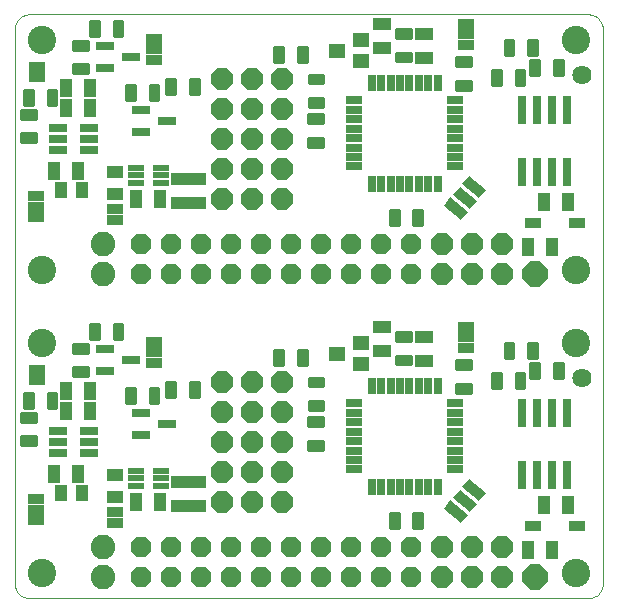
<source format=gts>
G75*
%MOIN*%
%OFA0B0*%
%FSLAX24Y24*%
%IPPOS*%
%LPD*%
%AMOC8*
5,1,8,0,0,1.08239X$1,22.5*
%
%ADD10C,0.0000*%
%ADD11C,0.0946*%
%ADD12R,0.0600X0.0300*%
%ADD13R,0.0395X0.0552*%
%ADD14C,0.0099*%
%ADD15R,0.0435X0.0592*%
%ADD16R,0.0530X0.0480*%
%ADD17R,0.0316X0.0946*%
%ADD18C,0.0640*%
%ADD19R,0.0580X0.0330*%
%ADD20R,0.0540X0.0220*%
%ADD21R,0.0552X0.0395*%
%ADD22R,0.0592X0.0435*%
%ADD23OC8,0.0740*%
%ADD24C,0.0820*%
%ADD25R,0.0552X0.0356*%
%ADD26R,0.0356X0.0749*%
%ADD27R,0.0290X0.0580*%
%ADD28R,0.0580X0.0290*%
%ADD29OC8,0.0680*%
%ADD30OC8,0.0720*%
%ADD31OC8,0.0840*%
D10*
X005610Y001350D02*
X005610Y019820D01*
X005612Y019864D01*
X005618Y019907D01*
X005627Y019949D01*
X005640Y019991D01*
X005657Y020031D01*
X005677Y020070D01*
X005700Y020107D01*
X005727Y020141D01*
X005756Y020174D01*
X005789Y020203D01*
X005823Y020230D01*
X005860Y020253D01*
X005899Y020273D01*
X005939Y020290D01*
X005981Y020303D01*
X006023Y020312D01*
X006066Y020318D01*
X006110Y020320D01*
X024716Y020320D01*
X024760Y020318D01*
X024803Y020312D01*
X024845Y020303D01*
X024887Y020290D01*
X024927Y020273D01*
X024966Y020253D01*
X025003Y020230D01*
X025037Y020203D01*
X025070Y020174D01*
X025099Y020141D01*
X025126Y020107D01*
X025149Y020070D01*
X025169Y020031D01*
X025186Y019991D01*
X025199Y019949D01*
X025208Y019907D01*
X025214Y019864D01*
X025216Y019820D01*
X025216Y001350D01*
X025214Y001306D01*
X025208Y001263D01*
X025199Y001221D01*
X025186Y001179D01*
X025169Y001139D01*
X025149Y001100D01*
X025126Y001063D01*
X025099Y001029D01*
X025070Y000996D01*
X025037Y000967D01*
X025003Y000940D01*
X024966Y000917D01*
X024927Y000897D01*
X024887Y000880D01*
X024845Y000867D01*
X024803Y000858D01*
X024760Y000852D01*
X024716Y000850D01*
X006110Y000850D01*
X006066Y000852D01*
X006023Y000858D01*
X005981Y000867D01*
X005939Y000880D01*
X005899Y000897D01*
X005860Y000917D01*
X005823Y000940D01*
X005789Y000967D01*
X005756Y000996D01*
X005727Y001029D01*
X005700Y001063D01*
X005677Y001100D01*
X005657Y001139D01*
X005640Y001179D01*
X005627Y001221D01*
X005618Y001263D01*
X005612Y001306D01*
X005610Y001350D01*
X006075Y001698D02*
X006077Y001739D01*
X006083Y001780D01*
X006093Y001820D01*
X006106Y001859D01*
X006123Y001896D01*
X006144Y001932D01*
X006168Y001966D01*
X006195Y001997D01*
X006224Y002025D01*
X006257Y002051D01*
X006291Y002073D01*
X006328Y002092D01*
X006366Y002107D01*
X006406Y002119D01*
X006446Y002127D01*
X006487Y002131D01*
X006529Y002131D01*
X006570Y002127D01*
X006610Y002119D01*
X006650Y002107D01*
X006688Y002092D01*
X006724Y002073D01*
X006759Y002051D01*
X006792Y002025D01*
X006821Y001997D01*
X006848Y001966D01*
X006872Y001932D01*
X006893Y001896D01*
X006910Y001859D01*
X006923Y001820D01*
X006933Y001780D01*
X006939Y001739D01*
X006941Y001698D01*
X006939Y001657D01*
X006933Y001616D01*
X006923Y001576D01*
X006910Y001537D01*
X006893Y001500D01*
X006872Y001464D01*
X006848Y001430D01*
X006821Y001399D01*
X006792Y001371D01*
X006759Y001345D01*
X006725Y001323D01*
X006688Y001304D01*
X006650Y001289D01*
X006610Y001277D01*
X006570Y001269D01*
X006529Y001265D01*
X006487Y001265D01*
X006446Y001269D01*
X006406Y001277D01*
X006366Y001289D01*
X006328Y001304D01*
X006292Y001323D01*
X006257Y001345D01*
X006224Y001371D01*
X006195Y001399D01*
X006168Y001430D01*
X006144Y001464D01*
X006123Y001500D01*
X006106Y001537D01*
X006093Y001576D01*
X006083Y001616D01*
X006077Y001657D01*
X006075Y001698D01*
X006075Y009372D02*
X006077Y009413D01*
X006083Y009454D01*
X006093Y009494D01*
X006106Y009533D01*
X006123Y009570D01*
X006144Y009606D01*
X006168Y009640D01*
X006195Y009671D01*
X006224Y009699D01*
X006257Y009725D01*
X006291Y009747D01*
X006328Y009766D01*
X006366Y009781D01*
X006406Y009793D01*
X006446Y009801D01*
X006487Y009805D01*
X006529Y009805D01*
X006570Y009801D01*
X006610Y009793D01*
X006650Y009781D01*
X006688Y009766D01*
X006724Y009747D01*
X006759Y009725D01*
X006792Y009699D01*
X006821Y009671D01*
X006848Y009640D01*
X006872Y009606D01*
X006893Y009570D01*
X006910Y009533D01*
X006923Y009494D01*
X006933Y009454D01*
X006939Y009413D01*
X006941Y009372D01*
X006939Y009331D01*
X006933Y009290D01*
X006923Y009250D01*
X006910Y009211D01*
X006893Y009174D01*
X006872Y009138D01*
X006848Y009104D01*
X006821Y009073D01*
X006792Y009045D01*
X006759Y009019D01*
X006725Y008997D01*
X006688Y008978D01*
X006650Y008963D01*
X006610Y008951D01*
X006570Y008943D01*
X006529Y008939D01*
X006487Y008939D01*
X006446Y008943D01*
X006406Y008951D01*
X006366Y008963D01*
X006328Y008978D01*
X006292Y008997D01*
X006257Y009019D01*
X006224Y009045D01*
X006195Y009073D01*
X006168Y009104D01*
X006144Y009138D01*
X006123Y009174D01*
X006106Y009211D01*
X006093Y009250D01*
X006083Y009290D01*
X006077Y009331D01*
X006075Y009372D01*
X006075Y011798D02*
X006077Y011839D01*
X006083Y011880D01*
X006093Y011920D01*
X006106Y011959D01*
X006123Y011996D01*
X006144Y012032D01*
X006168Y012066D01*
X006195Y012097D01*
X006224Y012125D01*
X006257Y012151D01*
X006291Y012173D01*
X006328Y012192D01*
X006366Y012207D01*
X006406Y012219D01*
X006446Y012227D01*
X006487Y012231D01*
X006529Y012231D01*
X006570Y012227D01*
X006610Y012219D01*
X006650Y012207D01*
X006688Y012192D01*
X006724Y012173D01*
X006759Y012151D01*
X006792Y012125D01*
X006821Y012097D01*
X006848Y012066D01*
X006872Y012032D01*
X006893Y011996D01*
X006910Y011959D01*
X006923Y011920D01*
X006933Y011880D01*
X006939Y011839D01*
X006941Y011798D01*
X006939Y011757D01*
X006933Y011716D01*
X006923Y011676D01*
X006910Y011637D01*
X006893Y011600D01*
X006872Y011564D01*
X006848Y011530D01*
X006821Y011499D01*
X006792Y011471D01*
X006759Y011445D01*
X006725Y011423D01*
X006688Y011404D01*
X006650Y011389D01*
X006610Y011377D01*
X006570Y011369D01*
X006529Y011365D01*
X006487Y011365D01*
X006446Y011369D01*
X006406Y011377D01*
X006366Y011389D01*
X006328Y011404D01*
X006292Y011423D01*
X006257Y011445D01*
X006224Y011471D01*
X006195Y011499D01*
X006168Y011530D01*
X006144Y011564D01*
X006123Y011600D01*
X006106Y011637D01*
X006093Y011676D01*
X006083Y011716D01*
X006077Y011757D01*
X006075Y011798D01*
X006075Y019472D02*
X006077Y019513D01*
X006083Y019554D01*
X006093Y019594D01*
X006106Y019633D01*
X006123Y019670D01*
X006144Y019706D01*
X006168Y019740D01*
X006195Y019771D01*
X006224Y019799D01*
X006257Y019825D01*
X006291Y019847D01*
X006328Y019866D01*
X006366Y019881D01*
X006406Y019893D01*
X006446Y019901D01*
X006487Y019905D01*
X006529Y019905D01*
X006570Y019901D01*
X006610Y019893D01*
X006650Y019881D01*
X006688Y019866D01*
X006724Y019847D01*
X006759Y019825D01*
X006792Y019799D01*
X006821Y019771D01*
X006848Y019740D01*
X006872Y019706D01*
X006893Y019670D01*
X006910Y019633D01*
X006923Y019594D01*
X006933Y019554D01*
X006939Y019513D01*
X006941Y019472D01*
X006939Y019431D01*
X006933Y019390D01*
X006923Y019350D01*
X006910Y019311D01*
X006893Y019274D01*
X006872Y019238D01*
X006848Y019204D01*
X006821Y019173D01*
X006792Y019145D01*
X006759Y019119D01*
X006725Y019097D01*
X006688Y019078D01*
X006650Y019063D01*
X006610Y019051D01*
X006570Y019043D01*
X006529Y019039D01*
X006487Y019039D01*
X006446Y019043D01*
X006406Y019051D01*
X006366Y019063D01*
X006328Y019078D01*
X006292Y019097D01*
X006257Y019119D01*
X006224Y019145D01*
X006195Y019173D01*
X006168Y019204D01*
X006144Y019238D01*
X006123Y019274D01*
X006106Y019311D01*
X006093Y019350D01*
X006083Y019390D01*
X006077Y019431D01*
X006075Y019472D01*
X023885Y019472D02*
X023887Y019513D01*
X023893Y019554D01*
X023903Y019594D01*
X023916Y019633D01*
X023933Y019670D01*
X023954Y019706D01*
X023978Y019740D01*
X024005Y019771D01*
X024034Y019799D01*
X024067Y019825D01*
X024101Y019847D01*
X024138Y019866D01*
X024176Y019881D01*
X024216Y019893D01*
X024256Y019901D01*
X024297Y019905D01*
X024339Y019905D01*
X024380Y019901D01*
X024420Y019893D01*
X024460Y019881D01*
X024498Y019866D01*
X024534Y019847D01*
X024569Y019825D01*
X024602Y019799D01*
X024631Y019771D01*
X024658Y019740D01*
X024682Y019706D01*
X024703Y019670D01*
X024720Y019633D01*
X024733Y019594D01*
X024743Y019554D01*
X024749Y019513D01*
X024751Y019472D01*
X024749Y019431D01*
X024743Y019390D01*
X024733Y019350D01*
X024720Y019311D01*
X024703Y019274D01*
X024682Y019238D01*
X024658Y019204D01*
X024631Y019173D01*
X024602Y019145D01*
X024569Y019119D01*
X024535Y019097D01*
X024498Y019078D01*
X024460Y019063D01*
X024420Y019051D01*
X024380Y019043D01*
X024339Y019039D01*
X024297Y019039D01*
X024256Y019043D01*
X024216Y019051D01*
X024176Y019063D01*
X024138Y019078D01*
X024102Y019097D01*
X024067Y019119D01*
X024034Y019145D01*
X024005Y019173D01*
X023978Y019204D01*
X023954Y019238D01*
X023933Y019274D01*
X023916Y019311D01*
X023903Y019350D01*
X023893Y019390D01*
X023887Y019431D01*
X023885Y019472D01*
X023885Y011798D02*
X023887Y011839D01*
X023893Y011880D01*
X023903Y011920D01*
X023916Y011959D01*
X023933Y011996D01*
X023954Y012032D01*
X023978Y012066D01*
X024005Y012097D01*
X024034Y012125D01*
X024067Y012151D01*
X024101Y012173D01*
X024138Y012192D01*
X024176Y012207D01*
X024216Y012219D01*
X024256Y012227D01*
X024297Y012231D01*
X024339Y012231D01*
X024380Y012227D01*
X024420Y012219D01*
X024460Y012207D01*
X024498Y012192D01*
X024534Y012173D01*
X024569Y012151D01*
X024602Y012125D01*
X024631Y012097D01*
X024658Y012066D01*
X024682Y012032D01*
X024703Y011996D01*
X024720Y011959D01*
X024733Y011920D01*
X024743Y011880D01*
X024749Y011839D01*
X024751Y011798D01*
X024749Y011757D01*
X024743Y011716D01*
X024733Y011676D01*
X024720Y011637D01*
X024703Y011600D01*
X024682Y011564D01*
X024658Y011530D01*
X024631Y011499D01*
X024602Y011471D01*
X024569Y011445D01*
X024535Y011423D01*
X024498Y011404D01*
X024460Y011389D01*
X024420Y011377D01*
X024380Y011369D01*
X024339Y011365D01*
X024297Y011365D01*
X024256Y011369D01*
X024216Y011377D01*
X024176Y011389D01*
X024138Y011404D01*
X024102Y011423D01*
X024067Y011445D01*
X024034Y011471D01*
X024005Y011499D01*
X023978Y011530D01*
X023954Y011564D01*
X023933Y011600D01*
X023916Y011637D01*
X023903Y011676D01*
X023893Y011716D01*
X023887Y011757D01*
X023885Y011798D01*
X023885Y009372D02*
X023887Y009413D01*
X023893Y009454D01*
X023903Y009494D01*
X023916Y009533D01*
X023933Y009570D01*
X023954Y009606D01*
X023978Y009640D01*
X024005Y009671D01*
X024034Y009699D01*
X024067Y009725D01*
X024101Y009747D01*
X024138Y009766D01*
X024176Y009781D01*
X024216Y009793D01*
X024256Y009801D01*
X024297Y009805D01*
X024339Y009805D01*
X024380Y009801D01*
X024420Y009793D01*
X024460Y009781D01*
X024498Y009766D01*
X024534Y009747D01*
X024569Y009725D01*
X024602Y009699D01*
X024631Y009671D01*
X024658Y009640D01*
X024682Y009606D01*
X024703Y009570D01*
X024720Y009533D01*
X024733Y009494D01*
X024743Y009454D01*
X024749Y009413D01*
X024751Y009372D01*
X024749Y009331D01*
X024743Y009290D01*
X024733Y009250D01*
X024720Y009211D01*
X024703Y009174D01*
X024682Y009138D01*
X024658Y009104D01*
X024631Y009073D01*
X024602Y009045D01*
X024569Y009019D01*
X024535Y008997D01*
X024498Y008978D01*
X024460Y008963D01*
X024420Y008951D01*
X024380Y008943D01*
X024339Y008939D01*
X024297Y008939D01*
X024256Y008943D01*
X024216Y008951D01*
X024176Y008963D01*
X024138Y008978D01*
X024102Y008997D01*
X024067Y009019D01*
X024034Y009045D01*
X024005Y009073D01*
X023978Y009104D01*
X023954Y009138D01*
X023933Y009174D01*
X023916Y009211D01*
X023903Y009250D01*
X023893Y009290D01*
X023887Y009331D01*
X023885Y009372D01*
X023885Y001698D02*
X023887Y001739D01*
X023893Y001780D01*
X023903Y001820D01*
X023916Y001859D01*
X023933Y001896D01*
X023954Y001932D01*
X023978Y001966D01*
X024005Y001997D01*
X024034Y002025D01*
X024067Y002051D01*
X024101Y002073D01*
X024138Y002092D01*
X024176Y002107D01*
X024216Y002119D01*
X024256Y002127D01*
X024297Y002131D01*
X024339Y002131D01*
X024380Y002127D01*
X024420Y002119D01*
X024460Y002107D01*
X024498Y002092D01*
X024534Y002073D01*
X024569Y002051D01*
X024602Y002025D01*
X024631Y001997D01*
X024658Y001966D01*
X024682Y001932D01*
X024703Y001896D01*
X024720Y001859D01*
X024733Y001820D01*
X024743Y001780D01*
X024749Y001739D01*
X024751Y001698D01*
X024749Y001657D01*
X024743Y001616D01*
X024733Y001576D01*
X024720Y001537D01*
X024703Y001500D01*
X024682Y001464D01*
X024658Y001430D01*
X024631Y001399D01*
X024602Y001371D01*
X024569Y001345D01*
X024535Y001323D01*
X024498Y001304D01*
X024460Y001289D01*
X024420Y001277D01*
X024380Y001269D01*
X024339Y001265D01*
X024297Y001265D01*
X024256Y001269D01*
X024216Y001277D01*
X024176Y001289D01*
X024138Y001304D01*
X024102Y001323D01*
X024067Y001345D01*
X024034Y001371D01*
X024005Y001399D01*
X023978Y001430D01*
X023954Y001464D01*
X023933Y001500D01*
X023916Y001537D01*
X023903Y001576D01*
X023893Y001616D01*
X023887Y001657D01*
X023885Y001698D01*
D11*
X024318Y001698D03*
X024318Y009372D03*
X024318Y011798D03*
X024318Y019472D03*
X006508Y019472D03*
X006508Y011798D03*
X006508Y009372D03*
X006508Y001698D03*
D12*
X007050Y005680D03*
X007050Y006050D03*
X007050Y006420D03*
X008070Y006420D03*
X008070Y006050D03*
X008070Y005680D03*
X009830Y006280D03*
X009830Y007020D03*
X010690Y006650D03*
X008630Y008430D03*
X008630Y009170D03*
X009490Y008800D03*
X008070Y015780D03*
X008070Y016150D03*
X008070Y016520D03*
X007050Y016520D03*
X007050Y016150D03*
X007050Y015780D03*
X009830Y016380D03*
X009830Y017120D03*
X010690Y016750D03*
X008630Y018530D03*
X008630Y019270D03*
X009490Y018900D03*
D13*
X007864Y014450D03*
X007156Y014450D03*
X007156Y004350D03*
X007864Y004350D03*
D14*
X005813Y005958D02*
X005813Y006254D01*
X006307Y006254D01*
X006307Y005958D01*
X005813Y005958D01*
X005813Y006056D02*
X006307Y006056D01*
X006307Y006154D02*
X005813Y006154D01*
X005813Y006252D02*
X006307Y006252D01*
X005813Y006746D02*
X005813Y007042D01*
X006307Y007042D01*
X006307Y006746D01*
X005813Y006746D01*
X005813Y006844D02*
X006307Y006844D01*
X006307Y006942D02*
X005813Y006942D01*
X005813Y007040D02*
X006307Y007040D01*
X006214Y007203D02*
X005918Y007203D01*
X005918Y007697D01*
X006214Y007697D01*
X006214Y007203D01*
X006214Y007301D02*
X005918Y007301D01*
X005918Y007399D02*
X006214Y007399D01*
X006214Y007497D02*
X005918Y007497D01*
X005918Y007595D02*
X006214Y007595D01*
X006214Y007693D02*
X005918Y007693D01*
X006706Y007203D02*
X007002Y007203D01*
X006706Y007203D02*
X006706Y007697D01*
X007002Y007697D01*
X007002Y007203D01*
X007002Y007301D02*
X006706Y007301D01*
X006706Y007399D02*
X007002Y007399D01*
X007002Y007497D02*
X006706Y007497D01*
X006706Y007595D02*
X007002Y007595D01*
X007002Y007693D02*
X006706Y007693D01*
X007563Y008258D02*
X007563Y008554D01*
X008057Y008554D01*
X008057Y008258D01*
X007563Y008258D01*
X007563Y008356D02*
X008057Y008356D01*
X008057Y008454D02*
X007563Y008454D01*
X007563Y008552D02*
X008057Y008552D01*
X007563Y009046D02*
X007563Y009342D01*
X008057Y009342D01*
X008057Y009046D01*
X007563Y009046D01*
X007563Y009144D02*
X008057Y009144D01*
X008057Y009242D02*
X007563Y009242D01*
X007563Y009340D02*
X008057Y009340D01*
X008118Y009997D02*
X008414Y009997D01*
X008414Y009503D01*
X008118Y009503D01*
X008118Y009997D01*
X008118Y009601D02*
X008414Y009601D01*
X008414Y009699D02*
X008118Y009699D01*
X008118Y009797D02*
X008414Y009797D01*
X008414Y009895D02*
X008118Y009895D01*
X008118Y009993D02*
X008414Y009993D01*
X008906Y009997D02*
X009202Y009997D01*
X009202Y009503D01*
X008906Y009503D01*
X008906Y009997D01*
X008906Y009601D02*
X009202Y009601D01*
X009202Y009699D02*
X008906Y009699D01*
X008906Y009797D02*
X009202Y009797D01*
X009202Y009895D02*
X008906Y009895D01*
X008906Y009993D02*
X009202Y009993D01*
X010668Y008047D02*
X010964Y008047D01*
X010964Y007553D01*
X010668Y007553D01*
X010668Y008047D01*
X010668Y007651D02*
X010964Y007651D01*
X010964Y007749D02*
X010668Y007749D01*
X010668Y007847D02*
X010964Y007847D01*
X010964Y007945D02*
X010668Y007945D01*
X010668Y008043D02*
X010964Y008043D01*
X011456Y008047D02*
X011752Y008047D01*
X011752Y007553D01*
X011456Y007553D01*
X011456Y008047D01*
X011456Y007651D02*
X011752Y007651D01*
X011752Y007749D02*
X011456Y007749D01*
X011456Y007847D02*
X011752Y007847D01*
X011752Y007945D02*
X011456Y007945D01*
X011456Y008043D02*
X011752Y008043D01*
X010402Y007847D02*
X010106Y007847D01*
X010402Y007847D02*
X010402Y007353D01*
X010106Y007353D01*
X010106Y007847D01*
X010106Y007451D02*
X010402Y007451D01*
X010402Y007549D02*
X010106Y007549D01*
X010106Y007647D02*
X010402Y007647D01*
X010402Y007745D02*
X010106Y007745D01*
X010106Y007843D02*
X010402Y007843D01*
X009614Y007847D02*
X009318Y007847D01*
X009614Y007847D02*
X009614Y007353D01*
X009318Y007353D01*
X009318Y007847D01*
X009318Y007451D02*
X009614Y007451D01*
X009614Y007549D02*
X009318Y007549D01*
X009318Y007647D02*
X009614Y007647D01*
X009614Y007745D02*
X009318Y007745D01*
X009318Y007843D02*
X009614Y007843D01*
X014258Y008643D02*
X014554Y008643D01*
X014258Y008643D02*
X014258Y009137D01*
X014554Y009137D01*
X014554Y008643D01*
X014554Y008741D02*
X014258Y008741D01*
X014258Y008839D02*
X014554Y008839D01*
X014554Y008937D02*
X014258Y008937D01*
X014258Y009035D02*
X014554Y009035D01*
X014554Y009133D02*
X014258Y009133D01*
X015046Y008643D02*
X015342Y008643D01*
X015046Y008643D02*
X015046Y009137D01*
X015342Y009137D01*
X015342Y008643D01*
X015342Y008741D02*
X015046Y008741D01*
X015046Y008839D02*
X015342Y008839D01*
X015342Y008937D02*
X015046Y008937D01*
X015046Y009035D02*
X015342Y009035D01*
X015342Y009133D02*
X015046Y009133D01*
X015403Y008212D02*
X015403Y007916D01*
X015403Y008212D02*
X015897Y008212D01*
X015897Y007916D01*
X015403Y007916D01*
X015403Y008014D02*
X015897Y008014D01*
X015897Y008112D02*
X015403Y008112D01*
X015403Y008210D02*
X015897Y008210D01*
X015403Y007424D02*
X015403Y007128D01*
X015403Y007424D02*
X015897Y007424D01*
X015897Y007128D01*
X015403Y007128D01*
X015403Y007226D02*
X015897Y007226D01*
X015897Y007324D02*
X015403Y007324D01*
X015403Y007422D02*
X015897Y007422D01*
X015887Y006882D02*
X015887Y006586D01*
X015393Y006586D01*
X015393Y006882D01*
X015887Y006882D01*
X015887Y006684D02*
X015393Y006684D01*
X015393Y006782D02*
X015887Y006782D01*
X015887Y006880D02*
X015393Y006880D01*
X015887Y006094D02*
X015887Y005798D01*
X015393Y005798D01*
X015393Y006094D01*
X015887Y006094D01*
X015887Y005896D02*
X015393Y005896D01*
X015393Y005994D02*
X015887Y005994D01*
X015887Y006092D02*
X015393Y006092D01*
X018108Y003203D02*
X018404Y003203D01*
X018108Y003203D02*
X018108Y003697D01*
X018404Y003697D01*
X018404Y003203D01*
X018404Y003301D02*
X018108Y003301D01*
X018108Y003399D02*
X018404Y003399D01*
X018404Y003497D02*
X018108Y003497D01*
X018108Y003595D02*
X018404Y003595D01*
X018404Y003693D02*
X018108Y003693D01*
X018896Y003203D02*
X019192Y003203D01*
X018896Y003203D02*
X018896Y003697D01*
X019192Y003697D01*
X019192Y003203D01*
X019192Y003301D02*
X018896Y003301D01*
X018896Y003399D02*
X019192Y003399D01*
X019192Y003497D02*
X018896Y003497D01*
X018896Y003595D02*
X019192Y003595D01*
X019192Y003693D02*
X018896Y003693D01*
X020807Y007708D02*
X020807Y008004D01*
X020807Y007708D02*
X020313Y007708D01*
X020313Y008004D01*
X020807Y008004D01*
X020807Y007806D02*
X020313Y007806D01*
X020313Y007904D02*
X020807Y007904D01*
X020807Y008002D02*
X020313Y008002D01*
X020807Y008496D02*
X020807Y008792D01*
X020807Y008496D02*
X020313Y008496D01*
X020313Y008792D01*
X020807Y008792D01*
X020807Y008594D02*
X020313Y008594D01*
X020313Y008692D02*
X020807Y008692D01*
X020807Y008790D02*
X020313Y008790D01*
X021518Y008347D02*
X021814Y008347D01*
X021814Y007853D01*
X021518Y007853D01*
X021518Y008347D01*
X021518Y007951D02*
X021814Y007951D01*
X021814Y008049D02*
X021518Y008049D01*
X021518Y008147D02*
X021814Y008147D01*
X021814Y008245D02*
X021518Y008245D01*
X021518Y008343D02*
X021814Y008343D01*
X022306Y008347D02*
X022602Y008347D01*
X022602Y007853D01*
X022306Y007853D01*
X022306Y008347D01*
X022306Y007951D02*
X022602Y007951D01*
X022602Y008049D02*
X022306Y008049D01*
X022306Y008147D02*
X022602Y008147D01*
X022602Y008245D02*
X022306Y008245D01*
X022306Y008343D02*
X022602Y008343D01*
X022798Y008687D02*
X023094Y008687D01*
X023094Y008193D01*
X022798Y008193D01*
X022798Y008687D01*
X022798Y008291D02*
X023094Y008291D01*
X023094Y008389D02*
X022798Y008389D01*
X022798Y008487D02*
X023094Y008487D01*
X023094Y008585D02*
X022798Y008585D01*
X022798Y008683D02*
X023094Y008683D01*
X023022Y009367D02*
X022726Y009367D01*
X023022Y009367D02*
X023022Y008873D01*
X022726Y008873D01*
X022726Y009367D01*
X022726Y008971D02*
X023022Y008971D01*
X023022Y009069D02*
X022726Y009069D01*
X022726Y009167D02*
X023022Y009167D01*
X023022Y009265D02*
X022726Y009265D01*
X022726Y009363D02*
X023022Y009363D01*
X022234Y009367D02*
X021938Y009367D01*
X022234Y009367D02*
X022234Y008873D01*
X021938Y008873D01*
X021938Y009367D01*
X021938Y008971D02*
X022234Y008971D01*
X022234Y009069D02*
X021938Y009069D01*
X021938Y009167D02*
X022234Y009167D01*
X022234Y009265D02*
X021938Y009265D01*
X021938Y009363D02*
X022234Y009363D01*
X023586Y008687D02*
X023882Y008687D01*
X023882Y008193D01*
X023586Y008193D01*
X023586Y008687D01*
X023586Y008291D02*
X023882Y008291D01*
X023882Y008389D02*
X023586Y008389D01*
X023586Y008487D02*
X023882Y008487D01*
X023882Y008585D02*
X023586Y008585D01*
X023586Y008683D02*
X023882Y008683D01*
X018807Y008648D02*
X018807Y008944D01*
X018807Y008648D02*
X018313Y008648D01*
X018313Y008944D01*
X018807Y008944D01*
X018807Y008746D02*
X018313Y008746D01*
X018313Y008844D02*
X018807Y008844D01*
X018807Y008942D02*
X018313Y008942D01*
X018807Y009436D02*
X018807Y009732D01*
X018807Y009436D02*
X018313Y009436D01*
X018313Y009732D01*
X018807Y009732D01*
X018807Y009534D02*
X018313Y009534D01*
X018313Y009632D02*
X018807Y009632D01*
X018807Y009730D02*
X018313Y009730D01*
X018404Y013303D02*
X018108Y013303D01*
X018108Y013797D01*
X018404Y013797D01*
X018404Y013303D01*
X018404Y013401D02*
X018108Y013401D01*
X018108Y013499D02*
X018404Y013499D01*
X018404Y013597D02*
X018108Y013597D01*
X018108Y013695D02*
X018404Y013695D01*
X018404Y013793D02*
X018108Y013793D01*
X018896Y013303D02*
X019192Y013303D01*
X018896Y013303D02*
X018896Y013797D01*
X019192Y013797D01*
X019192Y013303D01*
X019192Y013401D02*
X018896Y013401D01*
X018896Y013499D02*
X019192Y013499D01*
X019192Y013597D02*
X018896Y013597D01*
X018896Y013695D02*
X019192Y013695D01*
X019192Y013793D02*
X018896Y013793D01*
X015887Y015898D02*
X015887Y016194D01*
X015887Y015898D02*
X015393Y015898D01*
X015393Y016194D01*
X015887Y016194D01*
X015887Y015996D02*
X015393Y015996D01*
X015393Y016094D02*
X015887Y016094D01*
X015887Y016192D02*
X015393Y016192D01*
X015887Y016686D02*
X015887Y016982D01*
X015887Y016686D02*
X015393Y016686D01*
X015393Y016982D01*
X015887Y016982D01*
X015887Y016784D02*
X015393Y016784D01*
X015393Y016882D02*
X015887Y016882D01*
X015887Y016980D02*
X015393Y016980D01*
X015403Y017228D02*
X015403Y017524D01*
X015897Y017524D01*
X015897Y017228D01*
X015403Y017228D01*
X015403Y017326D02*
X015897Y017326D01*
X015897Y017424D02*
X015403Y017424D01*
X015403Y017522D02*
X015897Y017522D01*
X015403Y018016D02*
X015403Y018312D01*
X015897Y018312D01*
X015897Y018016D01*
X015403Y018016D01*
X015403Y018114D02*
X015897Y018114D01*
X015897Y018212D02*
X015403Y018212D01*
X015403Y018310D02*
X015897Y018310D01*
X015342Y018743D02*
X015046Y018743D01*
X015046Y019237D01*
X015342Y019237D01*
X015342Y018743D01*
X015342Y018841D02*
X015046Y018841D01*
X015046Y018939D02*
X015342Y018939D01*
X015342Y019037D02*
X015046Y019037D01*
X015046Y019135D02*
X015342Y019135D01*
X015342Y019233D02*
X015046Y019233D01*
X014554Y018743D02*
X014258Y018743D01*
X014258Y019237D01*
X014554Y019237D01*
X014554Y018743D01*
X014554Y018841D02*
X014258Y018841D01*
X014258Y018939D02*
X014554Y018939D01*
X014554Y019037D02*
X014258Y019037D01*
X014258Y019135D02*
X014554Y019135D01*
X014554Y019233D02*
X014258Y019233D01*
X011752Y018147D02*
X011456Y018147D01*
X011752Y018147D02*
X011752Y017653D01*
X011456Y017653D01*
X011456Y018147D01*
X011456Y017751D02*
X011752Y017751D01*
X011752Y017849D02*
X011456Y017849D01*
X011456Y017947D02*
X011752Y017947D01*
X011752Y018045D02*
X011456Y018045D01*
X011456Y018143D02*
X011752Y018143D01*
X010964Y018147D02*
X010668Y018147D01*
X010964Y018147D02*
X010964Y017653D01*
X010668Y017653D01*
X010668Y018147D01*
X010668Y017751D02*
X010964Y017751D01*
X010964Y017849D02*
X010668Y017849D01*
X010668Y017947D02*
X010964Y017947D01*
X010964Y018045D02*
X010668Y018045D01*
X010668Y018143D02*
X010964Y018143D01*
X010402Y017947D02*
X010106Y017947D01*
X010402Y017947D02*
X010402Y017453D01*
X010106Y017453D01*
X010106Y017947D01*
X010106Y017551D02*
X010402Y017551D01*
X010402Y017649D02*
X010106Y017649D01*
X010106Y017747D02*
X010402Y017747D01*
X010402Y017845D02*
X010106Y017845D01*
X010106Y017943D02*
X010402Y017943D01*
X009614Y017947D02*
X009318Y017947D01*
X009614Y017947D02*
X009614Y017453D01*
X009318Y017453D01*
X009318Y017947D01*
X009318Y017551D02*
X009614Y017551D01*
X009614Y017649D02*
X009318Y017649D01*
X009318Y017747D02*
X009614Y017747D01*
X009614Y017845D02*
X009318Y017845D01*
X009318Y017943D02*
X009614Y017943D01*
X007563Y018358D02*
X007563Y018654D01*
X008057Y018654D01*
X008057Y018358D01*
X007563Y018358D01*
X007563Y018456D02*
X008057Y018456D01*
X008057Y018554D02*
X007563Y018554D01*
X007563Y018652D02*
X008057Y018652D01*
X007563Y019146D02*
X007563Y019442D01*
X008057Y019442D01*
X008057Y019146D01*
X007563Y019146D01*
X007563Y019244D02*
X008057Y019244D01*
X008057Y019342D02*
X007563Y019342D01*
X007563Y019440D02*
X008057Y019440D01*
X008118Y020097D02*
X008414Y020097D01*
X008414Y019603D01*
X008118Y019603D01*
X008118Y020097D01*
X008118Y019701D02*
X008414Y019701D01*
X008414Y019799D02*
X008118Y019799D01*
X008118Y019897D02*
X008414Y019897D01*
X008414Y019995D02*
X008118Y019995D01*
X008118Y020093D02*
X008414Y020093D01*
X008906Y020097D02*
X009202Y020097D01*
X009202Y019603D01*
X008906Y019603D01*
X008906Y020097D01*
X008906Y019701D02*
X009202Y019701D01*
X009202Y019799D02*
X008906Y019799D01*
X008906Y019897D02*
X009202Y019897D01*
X009202Y019995D02*
X008906Y019995D01*
X008906Y020093D02*
X009202Y020093D01*
X007002Y017303D02*
X006706Y017303D01*
X006706Y017797D01*
X007002Y017797D01*
X007002Y017303D01*
X007002Y017401D02*
X006706Y017401D01*
X006706Y017499D02*
X007002Y017499D01*
X007002Y017597D02*
X006706Y017597D01*
X006706Y017695D02*
X007002Y017695D01*
X007002Y017793D02*
X006706Y017793D01*
X006214Y017303D02*
X005918Y017303D01*
X005918Y017797D01*
X006214Y017797D01*
X006214Y017303D01*
X006214Y017401D02*
X005918Y017401D01*
X005918Y017499D02*
X006214Y017499D01*
X006214Y017597D02*
X005918Y017597D01*
X005918Y017695D02*
X006214Y017695D01*
X006214Y017793D02*
X005918Y017793D01*
X005813Y017142D02*
X005813Y016846D01*
X005813Y017142D02*
X006307Y017142D01*
X006307Y016846D01*
X005813Y016846D01*
X005813Y016944D02*
X006307Y016944D01*
X006307Y017042D02*
X005813Y017042D01*
X005813Y017140D02*
X006307Y017140D01*
X005813Y016354D02*
X005813Y016058D01*
X005813Y016354D02*
X006307Y016354D01*
X006307Y016058D01*
X005813Y016058D01*
X005813Y016156D02*
X006307Y016156D01*
X006307Y016254D02*
X005813Y016254D01*
X005813Y016352D02*
X006307Y016352D01*
X018807Y018748D02*
X018807Y019044D01*
X018807Y018748D02*
X018313Y018748D01*
X018313Y019044D01*
X018807Y019044D01*
X018807Y018846D02*
X018313Y018846D01*
X018313Y018944D02*
X018807Y018944D01*
X018807Y019042D02*
X018313Y019042D01*
X018807Y019536D02*
X018807Y019832D01*
X018807Y019536D02*
X018313Y019536D01*
X018313Y019832D01*
X018807Y019832D01*
X018807Y019634D02*
X018313Y019634D01*
X018313Y019732D02*
X018807Y019732D01*
X018807Y019830D02*
X018313Y019830D01*
X020807Y018892D02*
X020807Y018596D01*
X020313Y018596D01*
X020313Y018892D01*
X020807Y018892D01*
X020807Y018694D02*
X020313Y018694D01*
X020313Y018792D02*
X020807Y018792D01*
X020807Y018890D02*
X020313Y018890D01*
X020807Y018104D02*
X020807Y017808D01*
X020313Y017808D01*
X020313Y018104D01*
X020807Y018104D01*
X020807Y017906D02*
X020313Y017906D01*
X020313Y018004D02*
X020807Y018004D01*
X020807Y018102D02*
X020313Y018102D01*
X021518Y018447D02*
X021814Y018447D01*
X021814Y017953D01*
X021518Y017953D01*
X021518Y018447D01*
X021518Y018051D02*
X021814Y018051D01*
X021814Y018149D02*
X021518Y018149D01*
X021518Y018247D02*
X021814Y018247D01*
X021814Y018345D02*
X021518Y018345D01*
X021518Y018443D02*
X021814Y018443D01*
X022306Y018447D02*
X022602Y018447D01*
X022602Y017953D01*
X022306Y017953D01*
X022306Y018447D01*
X022306Y018051D02*
X022602Y018051D01*
X022602Y018149D02*
X022306Y018149D01*
X022306Y018247D02*
X022602Y018247D01*
X022602Y018345D02*
X022306Y018345D01*
X022306Y018443D02*
X022602Y018443D01*
X022798Y018787D02*
X023094Y018787D01*
X023094Y018293D01*
X022798Y018293D01*
X022798Y018787D01*
X022798Y018391D02*
X023094Y018391D01*
X023094Y018489D02*
X022798Y018489D01*
X022798Y018587D02*
X023094Y018587D01*
X023094Y018685D02*
X022798Y018685D01*
X022798Y018783D02*
X023094Y018783D01*
X023022Y019467D02*
X022726Y019467D01*
X023022Y019467D02*
X023022Y018973D01*
X022726Y018973D01*
X022726Y019467D01*
X022726Y019071D02*
X023022Y019071D01*
X023022Y019169D02*
X022726Y019169D01*
X022726Y019267D02*
X023022Y019267D01*
X023022Y019365D02*
X022726Y019365D01*
X022726Y019463D02*
X023022Y019463D01*
X022234Y019467D02*
X021938Y019467D01*
X022234Y019467D02*
X022234Y018973D01*
X021938Y018973D01*
X021938Y019467D01*
X021938Y019071D02*
X022234Y019071D01*
X022234Y019169D02*
X021938Y019169D01*
X021938Y019267D02*
X022234Y019267D01*
X022234Y019365D02*
X021938Y019365D01*
X021938Y019463D02*
X022234Y019463D01*
X023586Y018787D02*
X023882Y018787D01*
X023882Y018293D01*
X023586Y018293D01*
X023586Y018787D01*
X023586Y018391D02*
X023882Y018391D01*
X023882Y018489D02*
X023586Y018489D01*
X023586Y018587D02*
X023882Y018587D01*
X023882Y018685D02*
X023586Y018685D01*
X023586Y018783D02*
X023882Y018783D01*
D15*
X024054Y014050D03*
X023266Y014050D03*
X023504Y012550D03*
X022716Y012550D03*
X023266Y003950D03*
X024054Y003950D03*
X023504Y002450D03*
X022716Y002450D03*
X010454Y004050D03*
X009666Y004050D03*
X007704Y005000D03*
X006916Y005000D03*
X007316Y007100D03*
X007316Y007750D03*
X008104Y007750D03*
X008104Y007100D03*
X009666Y014150D03*
X010454Y014150D03*
X007704Y015100D03*
X006916Y015100D03*
X007316Y017200D03*
X007316Y017850D03*
X008104Y017850D03*
X008104Y017200D03*
D16*
X016360Y019100D03*
X017160Y018750D03*
X017160Y019450D03*
X017160Y009350D03*
X017160Y008650D03*
X016360Y009000D03*
D17*
X022510Y007024D03*
X023010Y007024D03*
X023510Y007024D03*
X024010Y007024D03*
X024010Y004976D03*
X023510Y004976D03*
X023010Y004976D03*
X022510Y004976D03*
X022510Y015076D03*
X023010Y015076D03*
X023510Y015076D03*
X024010Y015076D03*
X024010Y017124D03*
X023510Y017124D03*
X023010Y017124D03*
X022510Y017124D03*
D18*
X024520Y018290D03*
X024520Y008190D03*
D19*
X020660Y009200D03*
X020660Y009550D03*
X020660Y009900D03*
X010260Y009400D03*
X010260Y009050D03*
X010260Y008700D03*
X006360Y008477D03*
X006360Y008123D03*
X006310Y004150D03*
X006310Y003800D03*
X006310Y003450D03*
X008960Y003373D03*
X008960Y003727D03*
X008960Y013473D03*
X008960Y013827D03*
X006310Y013900D03*
X006310Y014250D03*
X006310Y013550D03*
X006360Y018223D03*
X006360Y018577D03*
X010260Y018800D03*
X010260Y019150D03*
X010260Y019500D03*
X020660Y019650D03*
X020660Y020000D03*
X020660Y019300D03*
D20*
X010470Y015210D03*
X010470Y014950D03*
X010470Y014690D03*
X009650Y014690D03*
X009650Y014950D03*
X009650Y015210D03*
X009650Y005110D03*
X009650Y004850D03*
X009650Y004590D03*
X010470Y004590D03*
X010470Y004850D03*
X010470Y005110D03*
D21*
X008960Y004954D03*
X008960Y004246D03*
X008960Y014346D03*
X008960Y015054D03*
D22*
X011110Y014814D03*
X011690Y014814D03*
X011690Y014026D03*
X011110Y014026D03*
X017860Y009894D03*
X017860Y009106D03*
X019260Y008776D03*
X019260Y009564D03*
X011690Y004714D03*
X011110Y004714D03*
X011110Y003926D03*
X011690Y003926D03*
X019260Y018876D03*
X019260Y019664D03*
X017860Y019994D03*
X017860Y019206D03*
D23*
X019860Y012650D03*
X019860Y011650D03*
X020860Y011650D03*
X021860Y011650D03*
X021860Y012650D03*
X020860Y012650D03*
X020860Y002550D03*
X021860Y002550D03*
X021860Y001550D03*
X020860Y001550D03*
X019860Y001550D03*
X019860Y002550D03*
D24*
X008560Y002550D03*
X008560Y001550D03*
X008560Y011650D03*
X008560Y012650D03*
D25*
X022882Y013350D03*
X024338Y013350D03*
X024338Y003250D03*
X022882Y003250D03*
D26*
G36*
X021314Y004361D02*
X021086Y004087D01*
X020512Y004565D01*
X020740Y004839D01*
X021314Y004361D01*
G37*
G36*
X021011Y003998D02*
X020783Y003724D01*
X020209Y004202D01*
X020437Y004476D01*
X021011Y003998D01*
G37*
G36*
X020709Y003635D02*
X020481Y003361D01*
X019907Y003839D01*
X020135Y004113D01*
X020709Y003635D01*
G37*
G36*
X020709Y013735D02*
X020481Y013461D01*
X019907Y013939D01*
X020135Y014213D01*
X020709Y013735D01*
G37*
G36*
X021011Y014098D02*
X020783Y013824D01*
X020209Y014302D01*
X020437Y014576D01*
X021011Y014098D01*
G37*
G36*
X021314Y014461D02*
X021086Y014187D01*
X020512Y014665D01*
X020740Y014939D01*
X021314Y014461D01*
G37*
D27*
X019712Y014660D03*
X019398Y014660D03*
X019083Y014660D03*
X018768Y014660D03*
X018453Y014660D03*
X018138Y014660D03*
X017823Y014660D03*
X017508Y014660D03*
X017508Y018040D03*
X017823Y018040D03*
X018138Y018040D03*
X018453Y018040D03*
X018768Y018040D03*
X019083Y018040D03*
X019398Y018040D03*
X019712Y018040D03*
X019712Y007940D03*
X019398Y007940D03*
X019083Y007940D03*
X018768Y007940D03*
X018453Y007940D03*
X018138Y007940D03*
X017823Y007940D03*
X017508Y007940D03*
X017508Y004560D03*
X017823Y004560D03*
X018138Y004560D03*
X018453Y004560D03*
X018768Y004560D03*
X019083Y004560D03*
X019398Y004560D03*
X019712Y004560D03*
D28*
X020300Y005148D03*
X020300Y005463D03*
X020300Y005778D03*
X020300Y006093D03*
X020300Y006407D03*
X020300Y006722D03*
X020300Y007037D03*
X020300Y007352D03*
X016920Y007352D03*
X016920Y007037D03*
X016920Y006722D03*
X016920Y006407D03*
X016920Y006093D03*
X016920Y005778D03*
X016920Y005463D03*
X016920Y005148D03*
X016920Y015248D03*
X016920Y015563D03*
X016920Y015878D03*
X016920Y016193D03*
X016920Y016507D03*
X016920Y016822D03*
X016920Y017137D03*
X016920Y017452D03*
X020300Y017452D03*
X020300Y017137D03*
X020300Y016822D03*
X020300Y016507D03*
X020300Y016193D03*
X020300Y015878D03*
X020300Y015563D03*
X020300Y015248D03*
D29*
X018810Y012650D03*
X017810Y012650D03*
X016810Y012650D03*
X015810Y012650D03*
X014810Y012650D03*
X013810Y012650D03*
X012810Y012650D03*
X011810Y012650D03*
X010810Y012650D03*
X009810Y012650D03*
X009810Y011650D03*
X010810Y011650D03*
X011810Y011650D03*
X012810Y011650D03*
X013810Y011650D03*
X014810Y011650D03*
X015810Y011650D03*
X016810Y011650D03*
X017810Y011650D03*
X018810Y011650D03*
X018810Y002550D03*
X017810Y002550D03*
X016810Y002550D03*
X015810Y002550D03*
X014810Y002550D03*
X013810Y002550D03*
X012810Y002550D03*
X011810Y002550D03*
X010810Y002550D03*
X009810Y002550D03*
X009810Y001550D03*
X010810Y001550D03*
X011810Y001550D03*
X012810Y001550D03*
X013810Y001550D03*
X014810Y001550D03*
X015810Y001550D03*
X016810Y001550D03*
X017810Y001550D03*
X018810Y001550D03*
D30*
X014510Y004050D03*
X013510Y004050D03*
X012510Y004050D03*
X012510Y005050D03*
X012520Y006050D03*
X012520Y007050D03*
X012520Y008050D03*
X013520Y008050D03*
X014520Y008050D03*
X014520Y007050D03*
X013520Y007050D03*
X013520Y006050D03*
X014520Y006050D03*
X014510Y005050D03*
X013510Y005050D03*
X013510Y014150D03*
X014510Y014150D03*
X014510Y015150D03*
X013510Y015150D03*
X012510Y015150D03*
X012510Y014150D03*
X012520Y016150D03*
X012520Y017150D03*
X012520Y018150D03*
X013520Y018150D03*
X014520Y018150D03*
X014520Y017150D03*
X013520Y017150D03*
X013520Y016150D03*
X014520Y016150D03*
D31*
X022960Y011650D03*
X022960Y001550D03*
M02*

</source>
